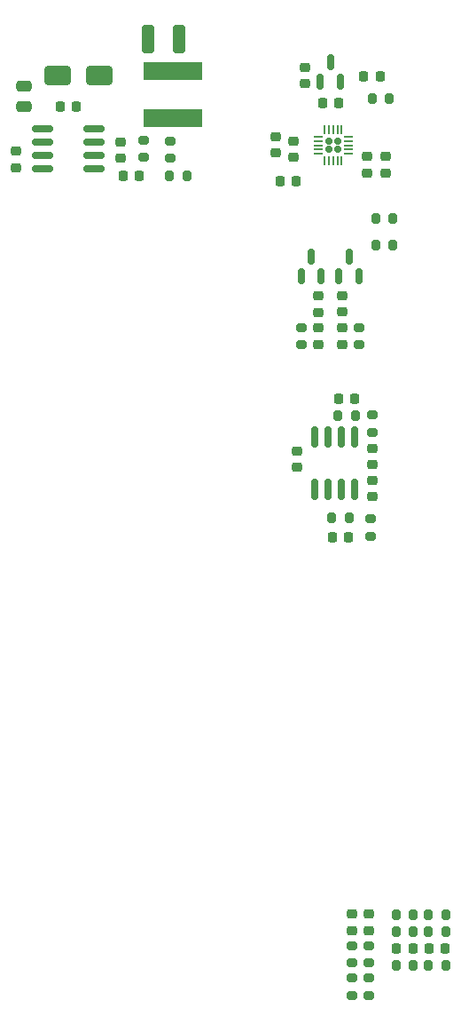
<source format=gbr>
%TF.GenerationSoftware,KiCad,Pcbnew,7.0.2*%
%TF.CreationDate,2025-02-17T11:53:52+00:00*%
%TF.ProjectId,stomp_00,73746f6d-705f-4303-902e-6b696361645f,rev?*%
%TF.SameCoordinates,Original*%
%TF.FileFunction,Paste,Top*%
%TF.FilePolarity,Positive*%
%FSLAX46Y46*%
G04 Gerber Fmt 4.6, Leading zero omitted, Abs format (unit mm)*
G04 Created by KiCad (PCBNEW 7.0.2) date 2025-02-17 11:53:52*
%MOMM*%
%LPD*%
G01*
G04 APERTURE LIST*
G04 Aperture macros list*
%AMRoundRect*
0 Rectangle with rounded corners*
0 $1 Rounding radius*
0 $2 $3 $4 $5 $6 $7 $8 $9 X,Y pos of 4 corners*
0 Add a 4 corners polygon primitive as box body*
4,1,4,$2,$3,$4,$5,$6,$7,$8,$9,$2,$3,0*
0 Add four circle primitives for the rounded corners*
1,1,$1+$1,$2,$3*
1,1,$1+$1,$4,$5*
1,1,$1+$1,$6,$7*
1,1,$1+$1,$8,$9*
0 Add four rect primitives between the rounded corners*
20,1,$1+$1,$2,$3,$4,$5,0*
20,1,$1+$1,$4,$5,$6,$7,0*
20,1,$1+$1,$6,$7,$8,$9,0*
20,1,$1+$1,$8,$9,$2,$3,0*%
G04 Aperture macros list end*
%ADD10R,5.700000X1.700000*%
%ADD11RoundRect,0.225000X-0.225000X-0.250000X0.225000X-0.250000X0.225000X0.250000X-0.225000X0.250000X0*%
%ADD12RoundRect,0.200000X0.200000X0.275000X-0.200000X0.275000X-0.200000X-0.275000X0.200000X-0.275000X0*%
%ADD13RoundRect,0.200000X-0.275000X0.200000X-0.275000X-0.200000X0.275000X-0.200000X0.275000X0.200000X0*%
%ADD14RoundRect,0.200000X0.275000X-0.200000X0.275000X0.200000X-0.275000X0.200000X-0.275000X-0.200000X0*%
%ADD15RoundRect,0.225000X0.225000X0.250000X-0.225000X0.250000X-0.225000X-0.250000X0.225000X-0.250000X0*%
%ADD16RoundRect,0.250000X1.000000X0.650000X-1.000000X0.650000X-1.000000X-0.650000X1.000000X-0.650000X0*%
%ADD17RoundRect,0.150000X0.150000X-0.825000X0.150000X0.825000X-0.150000X0.825000X-0.150000X-0.825000X0*%
%ADD18RoundRect,0.167500X-0.167500X-0.167500X0.167500X-0.167500X0.167500X0.167500X-0.167500X0.167500X0*%
%ADD19RoundRect,0.050000X-0.375000X-0.050000X0.375000X-0.050000X0.375000X0.050000X-0.375000X0.050000X0*%
%ADD20RoundRect,0.050000X-0.050000X-0.375000X0.050000X-0.375000X0.050000X0.375000X-0.050000X0.375000X0*%
%ADD21RoundRect,0.200000X-0.200000X-0.275000X0.200000X-0.275000X0.200000X0.275000X-0.200000X0.275000X0*%
%ADD22RoundRect,0.218750X0.218750X0.256250X-0.218750X0.256250X-0.218750X-0.256250X0.218750X-0.256250X0*%
%ADD23RoundRect,0.150000X-0.825000X-0.150000X0.825000X-0.150000X0.825000X0.150000X-0.825000X0.150000X0*%
%ADD24RoundRect,0.250000X0.475000X-0.250000X0.475000X0.250000X-0.475000X0.250000X-0.475000X-0.250000X0*%
%ADD25RoundRect,0.225000X-0.250000X0.225000X-0.250000X-0.225000X0.250000X-0.225000X0.250000X0.225000X0*%
%ADD26RoundRect,0.150000X0.150000X-0.587500X0.150000X0.587500X-0.150000X0.587500X-0.150000X-0.587500X0*%
%ADD27RoundRect,0.225000X0.250000X-0.225000X0.250000X0.225000X-0.250000X0.225000X-0.250000X-0.225000X0*%
%ADD28RoundRect,0.250000X0.325000X1.100000X-0.325000X1.100000X-0.325000X-1.100000X0.325000X-1.100000X0*%
G04 APERTURE END LIST*
D10*
%TO.C,L1*%
X23000000Y-5550000D03*
X23000000Y-10050000D03*
%TD*%
D11*
%TO.C,C21*%
X37275000Y-8600000D03*
X38825000Y-8600000D03*
%TD*%
D12*
%TO.C,R19*%
X44000000Y-19600000D03*
X42350000Y-19600000D03*
%TD*%
D11*
%TO.C,C7*%
X44350000Y-89200000D03*
X45900000Y-89200000D03*
%TD*%
D13*
%TO.C,R10*%
X41900000Y-48275000D03*
X41900000Y-49925000D03*
%TD*%
D14*
%TO.C,R23*%
X41700000Y-93700000D03*
X41700000Y-92050000D03*
%TD*%
D15*
%TO.C,C22*%
X34750000Y-16100000D03*
X33200000Y-16100000D03*
%TD*%
D16*
%TO.C,D2*%
X12000000Y-6000000D03*
X16000000Y-6000000D03*
%TD*%
D14*
%TO.C,R17*%
X35250000Y-31675000D03*
X35250000Y-30025000D03*
%TD*%
D17*
%TO.C,U3*%
X36500000Y-45450000D03*
X37770000Y-45450000D03*
X39040000Y-45450000D03*
X40310000Y-45450000D03*
X40310000Y-40500000D03*
X39040000Y-40500000D03*
X37770000Y-40500000D03*
X36500000Y-40500000D03*
%TD*%
D18*
%TO.C,U5*%
X37890000Y-12240000D03*
X37890000Y-13060000D03*
X38710000Y-12240000D03*
X38710000Y-13060000D03*
D19*
X36850000Y-11850000D03*
X36850000Y-12250000D03*
X36850000Y-12650000D03*
X36850000Y-13050000D03*
X36850000Y-13450000D03*
D20*
X37500000Y-14100000D03*
X37900000Y-14100000D03*
X38300000Y-14100000D03*
X38700000Y-14100000D03*
X39100000Y-14100000D03*
D19*
X39750000Y-13450000D03*
X39750000Y-13050000D03*
X39750000Y-12650000D03*
X39750000Y-12250000D03*
X39750000Y-11850000D03*
D20*
X39100000Y-11200000D03*
X38700000Y-11200000D03*
X38300000Y-11200000D03*
X37900000Y-11200000D03*
X37500000Y-11200000D03*
%TD*%
D21*
%TO.C,R20*%
X42000000Y-8200000D03*
X43650000Y-8200000D03*
%TD*%
D14*
%TO.C,R16*%
X40750000Y-31675000D03*
X40750000Y-30025000D03*
%TD*%
D22*
%TO.C,FB1*%
X42775000Y-6100000D03*
X41200000Y-6100000D03*
%TD*%
D15*
%TO.C,C4*%
X18225000Y-15575000D03*
X19775000Y-15575000D03*
%TD*%
D23*
%TO.C,U2*%
X10525000Y-11095000D03*
X10525000Y-12365000D03*
X10525000Y-13635000D03*
X10525000Y-14905000D03*
X15475000Y-14905000D03*
X15475000Y-13635000D03*
X15475000Y-12365000D03*
X15475000Y-11095000D03*
%TD*%
D11*
%TO.C,C8*%
X47450000Y-89200000D03*
X49000000Y-89200000D03*
%TD*%
D12*
%TO.C,R15*%
X40400000Y-38400000D03*
X38750000Y-38400000D03*
%TD*%
%TO.C,R18*%
X44000000Y-22200000D03*
X42350000Y-22200000D03*
%TD*%
D21*
%TO.C,R3*%
X24300000Y-15575000D03*
X22650000Y-15575000D03*
%TD*%
D24*
%TO.C,C1*%
X8775000Y-7050000D03*
X8775000Y-8950000D03*
%TD*%
D25*
%TO.C,C16*%
X39150000Y-27000000D03*
X39150000Y-28550000D03*
%TD*%
D26*
%TO.C,U4*%
X37075000Y-6600000D03*
X38975000Y-6600000D03*
X38025000Y-4725000D03*
%TD*%
D14*
%TO.C,R11*%
X42000000Y-40000000D03*
X42000000Y-38350000D03*
%TD*%
D12*
%TO.C,R13*%
X39825000Y-48200000D03*
X38175000Y-48200000D03*
%TD*%
D26*
%TO.C,D4*%
X35250000Y-25175000D03*
X37150000Y-25175000D03*
X36200000Y-23300000D03*
%TD*%
D14*
%TO.C,R22*%
X41700000Y-90600000D03*
X41700000Y-88950000D03*
%TD*%
D25*
%TO.C,C26*%
X40100000Y-85950000D03*
X40100000Y-87500000D03*
%TD*%
D21*
%TO.C,R7*%
X47400000Y-86000000D03*
X49050000Y-86000000D03*
%TD*%
D25*
%TO.C,C3*%
X8000000Y-14775000D03*
X8000000Y-13225000D03*
%TD*%
D26*
%TO.C,D3*%
X38850000Y-25175000D03*
X40750000Y-25175000D03*
X39800000Y-23300000D03*
%TD*%
D27*
%TO.C,C23*%
X32800000Y-13375000D03*
X32800000Y-11825000D03*
%TD*%
%TO.C,C24*%
X34500000Y-13775000D03*
X34500000Y-12225000D03*
%TD*%
D21*
%TO.C,R8*%
X44300000Y-87600000D03*
X45950000Y-87600000D03*
%TD*%
D25*
%TO.C,C19*%
X43300000Y-13725000D03*
X43300000Y-15275000D03*
%TD*%
D21*
%TO.C,R6*%
X44300000Y-86000000D03*
X45950000Y-86000000D03*
%TD*%
D27*
%TO.C,C13*%
X34800000Y-43350000D03*
X34800000Y-41800000D03*
%TD*%
D14*
%TO.C,R21*%
X40100000Y-90600000D03*
X40100000Y-88950000D03*
%TD*%
D25*
%TO.C,C17*%
X36850000Y-27025000D03*
X36850000Y-28575000D03*
%TD*%
%TO.C,C14*%
X39150000Y-30075000D03*
X39150000Y-31625000D03*
%TD*%
D13*
%TO.C,R1*%
X20225000Y-13825000D03*
X20225000Y-12175000D03*
%TD*%
D21*
%TO.C,R9*%
X47400000Y-87600000D03*
X49050000Y-87600000D03*
%TD*%
D15*
%TO.C,C11*%
X39775000Y-50000000D03*
X38225000Y-50000000D03*
%TD*%
D25*
%TO.C,C25*%
X41700000Y-85950000D03*
X41700000Y-87500000D03*
%TD*%
D28*
%TO.C,C6*%
X20625000Y-2500000D03*
X23575000Y-2500000D03*
%TD*%
D27*
%TO.C,C18*%
X35575000Y-6800000D03*
X35575000Y-5250000D03*
%TD*%
D25*
%TO.C,C9*%
X42000000Y-44600000D03*
X42000000Y-46150000D03*
%TD*%
D13*
%TO.C,R2*%
X22725000Y-13900000D03*
X22725000Y-12250000D03*
%TD*%
D15*
%TO.C,C2*%
X12225000Y-9000000D03*
X13775000Y-9000000D03*
%TD*%
D21*
%TO.C,R5*%
X47390000Y-90800000D03*
X49040000Y-90800000D03*
%TD*%
D27*
%TO.C,C15*%
X36850000Y-31625000D03*
X36850000Y-30075000D03*
%TD*%
D21*
%TO.C,R4*%
X44300000Y-90800000D03*
X45950000Y-90800000D03*
%TD*%
D15*
%TO.C,C12*%
X40350000Y-36800000D03*
X38800000Y-36800000D03*
%TD*%
D25*
%TO.C,C20*%
X41500000Y-13725000D03*
X41500000Y-15275000D03*
%TD*%
D14*
%TO.C,R24*%
X40100000Y-93700000D03*
X40100000Y-92050000D03*
%TD*%
D27*
%TO.C,C10*%
X42000000Y-43100000D03*
X42000000Y-41550000D03*
%TD*%
%TO.C,C5*%
X17975000Y-12325000D03*
X17975000Y-13875000D03*
%TD*%
M02*

</source>
